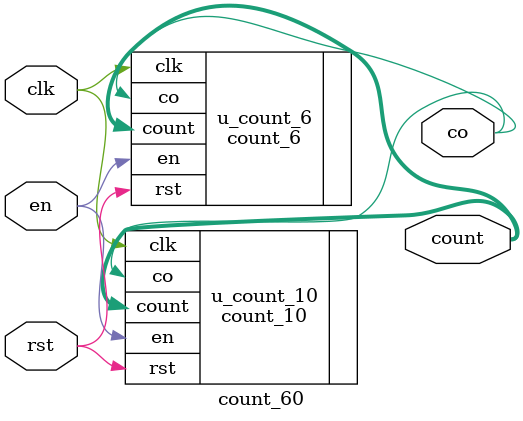
<source format=v>
module count_60(
    input wire rst,
    input wire clk,
    input wire en,
    output wire [3:0] count,
    output wire co
);
    wire co10,co6;
    
    count_10 u_count_10(
    	.rst   (rst   ),
        .clk   (clk   ),
        .en    (en    ),
        .count (count ),
        .co    (co    )
    );
    
    count_6 u_count_6(
    	.rst   (rst   ),
        .clk   (clk   ),
        .en    (en    ),
        .count (count ),
        .co    (co    )
    );
    
endmodule
</source>
